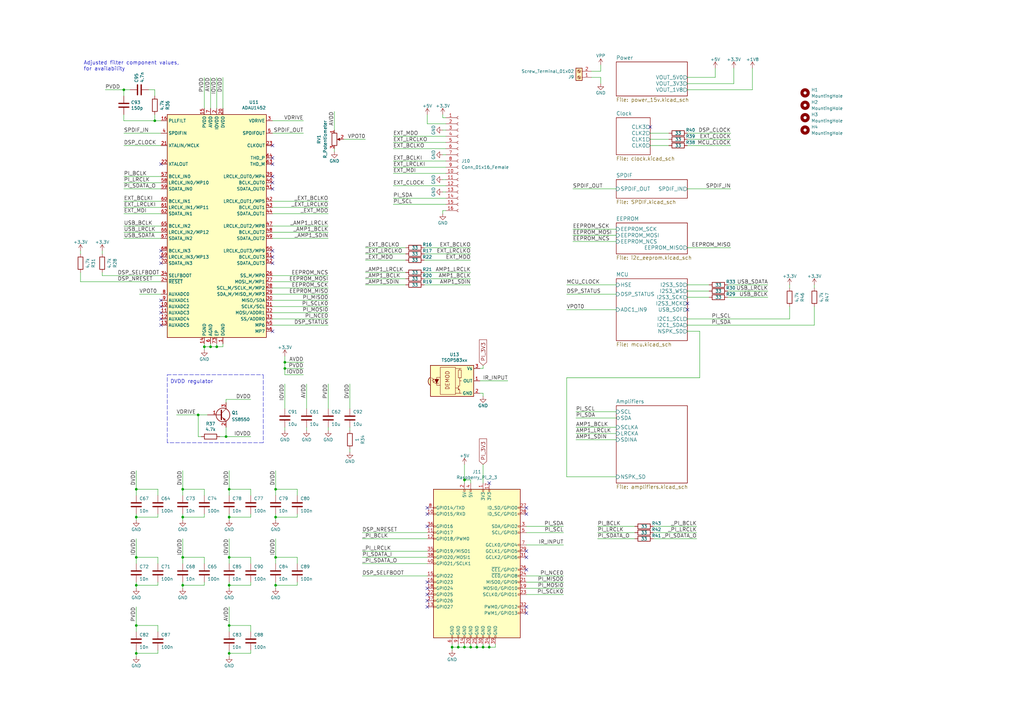
<source format=kicad_sch>
(kicad_sch (version 20211123) (generator eeschema)
  (paper "A3")
  (title_block (title "DSP-AMP") (date "2021-03-31") (rev "V0.1"))
  (lib_symbols
    (symbol "Connector:Conn_01x16_Female" (pin_names (offset 1.016) hide)
      (property "Reference" "J" (at 0 20.32 0))
      (property "Value" "Conn_01x16_Female" (at 0 -22.86 0))
      (symbol "Conn_01x16_Female_1_1"
        (pin passive line (at -5.08 17.78 0) (length 3.81) (name "Pin_1") (number "1"))
        (pin passive line (at -5.08 -5.08 0) (length 3.81) (name "Pin_10") (number "10"))
        (pin passive line (at -5.08 -7.62 0) (length 3.81) (name "Pin_11") (number "11"))
        (pin passive line (at -5.08 -10.16 0) (length 3.81) (name "Pin_12") (number "12"))
        (pin passive line (at -5.08 -12.7 0) (length 3.81) (name "Pin_13") (number "13"))
        (pin passive line (at -5.08 -15.24 0) (length 3.81) (name "Pin_14") (number "14"))
        (pin passive line (at -5.08 -17.78 0) (length 3.81) (name "Pin_15") (number "15"))
        (pin passive line (at -5.08 -20.32 0) (length 3.81) (name "Pin_16") (number "16"))
        (pin passive line (at -5.08 15.24 0) (length 3.81) (name "Pin_2") (number "2"))
        (pin passive line (at -5.08 12.7 0) (length 3.81) (name "Pin_3") (number "3"))
        (pin passive line (at -5.08 10.16 0) (length 3.81) (name "Pin_4") (number "4"))
        (pin passive line (at -5.08 7.62 0) (length 3.81) (name "Pin_5") (number "5"))
        (pin passive line (at -5.08 5.08 0) (length 3.81) (name "Pin_6") (number "6"))
        (pin passive line (at -5.08 2.54 0) (length 3.81) (name "Pin_7") (number "7"))
        (pin passive line (at -5.08 0 0) (length 3.81) (name "Pin_8") (number "8"))
        (pin passive line (at -5.08 -2.54 0) (length 3.81) (name "Pin_9") (number "9"))
      )
    )
    (symbol "Connector:Raspberry_Pi_2_3" (pin_names (offset 1.016))
      (property "Reference" "J" (at -17.78 31.75 0))
      (property "Value" "Raspberry_Pi_2_3" (at 10.16 -31.75 0))
      (symbol "Raspberry_Pi_2_3_1_1"
        (pin power_in line (at 2.54 33.02 270) (length 2.54) (name "3V3") (number "1"))
        (pin bidirectional line (at -20.32 20.32 0) (length 2.54) (name "GPIO15/RXD") (number "10"))
        (pin bidirectional line (at -20.32 12.7 0) (length 2.54) (name "GPIO17") (number "11"))
        (pin bidirectional line (at -20.32 10.16 0) (length 2.54) (name "GPIO18/PWM0") (number "12"))
        (pin bidirectional line (at -20.32 -17.78 0) (length 2.54) (name "GPIO27") (number "13"))
        (pin power_in line (at -5.08 -33.02 90) (length 2.54) (name "GND") (number "14"))
        (pin bidirectional line (at -20.32 -5.08 0) (length 2.54) (name "GPIO22") (number "15"))
        (pin bidirectional line (at -20.32 -7.62 0) (length 2.54) (name "GPIO23") (number "16"))
        (pin power_in line (at 5.08 33.02 270) (length 2.54) (name "3V3") (number "17"))
        (pin bidirectional line (at -20.32 -10.16 0) (length 2.54) (name "GPIO24") (number "18"))
        (pin bidirectional line (at 20.32 -10.16 180) (length 2.54) (name "MOSI0/GPIO10") (number "19"))
        (pin power_in line (at -5.08 33.02 270) (length 2.54) (name "5V") (number "2"))
        (pin power_in line (at -2.54 -33.02 90) (length 2.54) (name "GND") (number "20"))
        (pin bidirectional line (at 20.32 -7.62 180) (length 2.54) (name "MISO0/GPIO9") (number "21"))
        (pin bidirectional line (at -20.32 -12.7 0) (length 2.54) (name "GPIO25") (number "22"))
        (pin bidirectional line (at 20.32 -12.7 180) (length 2.54) (name "SCLK0/GPIO11") (number "23"))
        (pin bidirectional line (at 20.32 -5.08 180) (length 2.54) (name "~{CE0}/GPIO8") (number "24"))
        (pin power_in line (at 0 -33.02 90) (length 2.54) (name "GND") (number "25"))
        (pin bidirectional line (at 20.32 -2.54 180) (length 2.54) (name "~{CE1}/GPIO7") (number "26"))
        (pin bidirectional line (at 20.32 22.86 180) (length 2.54) (name "ID_SD/GPIO0") (number "27"))
        (pin bidirectional line (at 20.32 20.32 180) (length 2.54) (name "ID_SC/GPIO1") (number "28"))
        (pin bidirectional line (at 20.32 5.08 180) (length 2.54) (name "GCLK1/GPIO5") (number "29"))
        (pin bidirectional line (at 20.32 15.24 180) (length 2.54) (name "SDA/GPIO2") (number "3"))
        (pin power_in line (at 2.54 -33.02 90) (length 2.54) (name "GND") (number "30"))
        (pin bidirectional line (at 20.32 2.54 180) (length 2.54) (name "GCLK2/GPIO6") (number "31"))
        (pin bidirectional line (at 20.32 -17.78 180) (length 2.54) (name "PWM0/GPIO12") (number "32"))
        (pin bidirectional line (at 20.32 -20.32 180) (length 2.54) (name "PWM1/GPIO13") (number "33"))
        (pin power_in line (at 5.08 -33.02 90) (length 2.54) (name "GND") (number "34"))
        (pin bidirectional line (at -20.32 5.08 0) (length 2.54) (name "GPIO19/MISO1") (number "35"))
        (pin bidirectional line (at -20.32 15.24 0) (length 2.54) (name "GPIO16") (number "36"))
        (pin bidirectional line (at -20.32 -15.24 0) (length 2.54) (name "GPIO26") (number "37"))
        (pin bidirectional line (at -20.32 2.54 0) (length 2.54) (name "GPIO20/MOSI1") (number "38"))
        (pin power_in line (at 7.62 -33.02 90) (length 2.54) (name "GND") (number "39"))
        (pin power_in line (at -2.54 33.02 270) (length 2.54) (name "5V") (number "4"))
        (pin bidirectional line (at -20.32 0 0) (length 2.54) (name "GPIO21/SCLK1") (number "40"))
        (pin bidirectional line (at 20.32 12.7 180) (length 2.54) (name "SCL/GPIO3") (number "5"))
        (pin power_in line (at -10.16 -33.02 90) (length 2.54) (name "GND") (number "6"))
        (pin bidirectional line (at 20.32 7.62 180) (length 2.54) (name "GCLK0/GPIO4") (number "7"))
        (pin bidirectional line (at -20.32 22.86 0) (length 2.54) (name "GPIO14/TXD") (number "8"))
        (pin power_in line (at -7.62 -33.02 90) (length 2.54) (name "GND") (number "9"))
      )
    )
    (symbol "Connector:Screw_Terminal_01x02" (pin_names (offset 1.016) hide)
      (property "Reference" "J" (at 0 2.54 0))
      (property "Value" "Screw_Terminal_01x02" (at 0 -5.08 0))
      (symbol "Screw_Terminal_01x02_1_1"
        (pin passive line (at -5.08 0 0) (length 3.81) (name "Pin_1") (number "1"))
        (pin passive line (at -5.08 -2.54 0) (length 3.81) (name "Pin_2") (number "2"))
      )
    )
    (symbol "DSP_AnalogDevices:ADAU1452"
      (property "Reference" "U" (at -17.78 46.99 0))
      (property "Value" "ADAU1452" (at 15.24 46.99 0))
      (symbol "ADAU1452_1_1"
        (pin power_in line (at 2.54 -48.26 90) (length 2.54) (name "DGND") (number "1"))
        (pin input line (at -22.86 -33.02 0) (length 2.54) (name "AUXADC2") (number "10"))
        (pin input line (at -22.86 -35.56 0) (length 2.54) (name "AUXADC3") (number "11"))
        (pin input line (at -22.86 -38.1 0) (length 2.54) (name "AUXADC4") (number "12"))
        (pin input line (at -22.86 -40.64 0) (length 2.54) (name "AUXADC5") (number "13"))
        (pin power_in line (at -5.08 -48.26 90) (length 2.54) (name "PGND") (number "14"))
        (pin power_in line (at -5.08 48.26 270) (length 2.54) (name "PVDD") (number "15"))
        (pin passive line (at -22.86 43.18 0) (length 2.54) (name "PLLFILT") (number "16"))
        (pin passive line (at 2.54 -48.26 90) (length 2.54) hide (name "DGND") (number "17"))
        (pin passive line (at 0 48.26 270) (length 2.54) hide (name "IOVDD") (number "18"))
        (pin passive line (at 2.54 -48.26 90) (length 2.54) hide (name "DGND") (number "19"))
        (pin power_in line (at 0 48.26 270) (length 2.54) (name "IOVDD") (number "2"))
        (pin power_in line (at 2.54 48.26 270) (length 2.54) (name "DVDD") (number "20"))
        (pin input line (at -22.86 33.02 0) (length 2.54) (name "XTALIN/MCLK") (number "21"))
        (pin output line (at -22.86 25.4 0) (length 2.54) (name "XTALOUT") (number "22"))
        (pin output line (at 22.86 33.02 180) (length 2.54) (name "CLKOUT") (number "23"))
        (pin input line (at -22.86 -22.86 0) (length 2.54) (name "~{RESET}") (number "24"))
        (pin passive line (at 2.54 -48.26 90) (length 2.54) hide (name "DGND") (number "25"))
        (pin bidirectional line (at 22.86 -20.32 180) (length 2.54) (name "SS_M/MP0") (number "26"))
        (pin bidirectional line (at 22.86 -22.86 180) (length 2.54) (name "MOSI_M/MP1") (number "27"))
        (pin bidirectional line (at 22.86 -25.4 180) (length 2.54) (name "SCL_M/SCLK_M/MP2") (number "28"))
        (pin bidirectional line (at 22.86 -27.94 180) (length 2.54) (name "SDA_M/MISO_M/MP3") (number "29"))
        (pin output line (at 22.86 43.18 180) (length 2.54) (name "VDRIVE") (number "3"))
        (pin bidirectional line (at 22.86 -30.48 180) (length 2.54) (name "MISO/SDA") (number "30"))
        (pin input line (at 22.86 -33.02 180) (length 2.54) (name "SCLK/SCL") (number "31"))
        (pin input line (at 22.86 -35.56 180) (length 2.54) (name "MOSI/ADDR1") (number "32"))
        (pin input line (at 22.86 -38.1 180) (length 2.54) (name "SS/ADDR0") (number "33"))
        (pin input line (at -22.86 -20.32 0) (length 2.54) (name "SELFBOOT") (number "34"))
        (pin passive line (at 2.54 48.26 270) (length 2.54) hide (name "DVDD") (number "35"))
        (pin passive line (at 2.54 -48.26 90) (length 2.54) hide (name "DGND") (number "36"))
        (pin passive line (at 2.54 -48.26 90) (length 2.54) hide (name "DGND") (number "37"))
        (pin passive line (at 0 48.26 270) (length 2.54) hide (name "IOVDD") (number "38"))
        (pin bidirectional line (at 22.86 20.32 180) (length 2.54) (name "LRCLK_OUT0/MP4") (number "39"))
        (pin input line (at -22.86 38.1 0) (length 2.54) (name "SPDIFIN") (number "4"))
        (pin bidirectional line (at 22.86 17.78 180) (length 2.54) (name "BCLK_OUT0") (number "40"))
        (pin output line (at 22.86 15.24 180) (length 2.54) (name "SDATA_OUT0") (number "41"))
        (pin bidirectional line (at 22.86 10.16 180) (length 2.54) (name "LRCLK_OUT1/MP5") (number "42"))
        (pin bidirectional line (at 22.86 7.62 180) (length 2.54) (name "BCLK_OUT1") (number "43"))
        (pin output line (at 22.86 5.08 180) (length 2.54) (name "SDATA_OUT1") (number "44"))
        (pin bidirectional line (at 22.86 -40.64 180) (length 2.54) (name "MP6") (number "45"))
        (pin bidirectional line (at 22.86 -43.18 180) (length 2.54) (name "MP7") (number "46"))
        (pin bidirectional line (at 22.86 0 180) (length 2.54) (name "LRCLK_OUT2/MP8") (number "47"))
        (pin bidirectional line (at 22.86 -2.54 180) (length 2.54) (name "BCLK_OUT2") (number "48"))
        (pin output line (at 22.86 -5.08 180) (length 2.54) (name "SDATA_OUT2") (number "49"))
        (pin output line (at 22.86 38.1 180) (length 2.54) (name "SPDIFOUT") (number "5"))
        (pin bidirectional line (at 22.86 -10.16 180) (length 2.54) (name "LRCLK_OUT3/MP9") (number "50"))
        (pin bidirectional line (at 22.86 -12.7 180) (length 2.54) (name "BCLK_OUT3") (number "51"))
        (pin output line (at 22.86 -15.24 180) (length 2.54) (name "SDATA_OUT3") (number "52"))
        (pin passive line (at 2.54 48.26 270) (length 2.54) hide (name "DVDD") (number "53"))
        (pin passive line (at 2.54 -48.26 90) (length 2.54) hide (name "DGND") (number "54"))
        (pin passive line (at 2.54 -48.26 90) (length 2.54) hide (name "DGND") (number "55"))
        (pin passive line (at 0 48.26 270) (length 2.54) hide (name "IOVDD") (number "56"))
        (pin bidirectional line (at -22.86 20.32 0) (length 2.54) (name "BCLK_IN0") (number "57"))
        (pin bidirectional line (at -22.86 17.78 0) (length 2.54) (name "LRCLK_IN0/MP10") (number "58"))
        (pin input line (at -22.86 15.24 0) (length 2.54) (name "SDATA_IN0") (number "59"))
        (pin power_in line (at -2.54 -48.26 90) (length 2.54) (name "AGND") (number "6"))
        (pin bidirectional line (at -22.86 10.16 0) (length 2.54) (name "BCLK_IN1") (number "60"))
        (pin bidirectional line (at -22.86 7.62 0) (length 2.54) (name "LRCLK_IN1/MP11") (number "61"))
        (pin input line (at -22.86 5.08 0) (length 2.54) (name "SDATA_IN1") (number "62"))
        (pin passive line (at 22.86 25.4 180) (length 2.54) (name "THD_M") (number "63"))
        (pin passive line (at 22.86 27.94 180) (length 2.54) (name "THD_P") (number "64"))
        (pin bidirectional line (at -22.86 0 0) (length 2.54) (name "BCLK_IN2") (number "65"))
        (pin bidirectional line (at -22.86 -2.54 0) (length 2.54) (name "LRCLK_IN2/MP12") (number "66"))
        (pin input line (at -22.86 -5.08 0) (length 2.54) (name "SDATA_IN2") (number "67"))
        (pin bidirectional line (at -22.86 -10.16 0) (length 2.54) (name "BCLK_IN3") (number "68"))
        (pin bidirectional line (at -22.86 -12.7 0) (length 2.54) (name "LRCLK_IN3/MP13") (number "69"))
        (pin power_in line (at -2.54 48.26 270) (length 2.54) (name "AVDD") (number "7"))
        (pin input line (at -22.86 -15.24 0) (length 2.54) (name "SDATA_IN3") (number "70"))
        (pin passive line (at 2.54 48.26 270) (length 2.54) hide (name "DVDD") (number "71"))
        (pin passive line (at 2.54 -48.26 90) (length 2.54) hide (name "DGND") (number "72"))
        (pin power_in line (at 0 -48.26 90) (length 2.54) (name "EP") (number "73"))
        (pin input line (at -22.86 -27.94 0) (length 2.54) (name "AUXADC0") (number "8"))
        (pin input line (at -22.86 -30.48 0) (length 2.54) (name "AUXADC1") (number "9"))
      )
    )
    (symbol "Device:C" (pin_numbers hide) (pin_names (offset 0.254))
      (property "Reference" "C" (at 0.635 2.54 0))
      (property "Value" "C" (at 0.635 -2.54 0))
      (symbol "C_1_1"
        (pin passive line (at 0 3.81 270) (length 2.794) (name "~") (number "1"))
        (pin passive line (at 0 -3.81 90) (length 2.794) (name "~") (number "2"))
      )
    )
    (symbol "Device:Q_PNP_BEC" (pin_names (offset 0) hide)
      (property "Reference" "Q" (at 5.08 1.27 0))
      (property "Value" "Q_PNP_BEC" (at 5.08 -1.27 0))
      (symbol "Q_PNP_BEC_1_1"
        (pin input line (at -5.08 0 0) (length 5.715) (name "B") (number "1"))
        (pin passive line (at 2.54 -5.08 90) (length 2.54) (name "E") (number "2"))
        (pin passive line (at 2.54 5.08 270) (length 2.54) (name "C") (number "3"))
      )
    )
    (symbol "Device:R" (pin_numbers hide) (pin_names (offset 0))
      (property "Reference" "R" (at 2.032 0 90))
      (property "Value" "R" (at 0 0 90))
      (symbol "R_1_1"
        (pin passive line (at 0 3.81 270) (length 1.27) (name "~") (number "1"))
        (pin passive line (at 0 -3.81 90) (length 1.27) (name "~") (number "2"))
      )
    )
    (symbol "Device:R_Potentiometer" (pin_names (offset 1.016) hide)
      (property "Reference" "RV" (at -4.445 0 90))
      (property "Value" "R_Potentiometer" (at -2.54 0 90))
      (symbol "R_Potentiometer_1_1"
        (pin passive line (at 0 3.81 270) (length 1.27) (name "1") (number "1"))
        (pin passive line (at 3.81 0 180) (length 1.27) (name "2") (number "2"))
        (pin passive line (at 0 -3.81 90) (length 1.27) (name "3") (number "3"))
      )
    )
    (symbol "Interface_Optical:TSOP583xx"
      (property "Reference" "U" (at -10.16 7.62 0))
      (property "Value" "TSOP583xx" (at -10.16 -7.62 0))
      (symbol "TSOP583xx_0_0"
        (text "DEMOD" (at -3.175 0.254 900) (effects (font (size 1.524 1.524))))
      )
      (symbol "TSOP583xx_1_1"
        (pin output line (at 10.16 0 180) (length 2.54) (name "OUT") (number "1"))
        (pin power_in line (at 10.16 -5.08 180) (length 2.54) (name "GND") (number "2"))
        (pin power_in line (at 10.16 5.08 180) (length 2.54) (name "Vs") (number "3"))
      )
    )
    (symbol "Mechanical:MountingHole" (pin_names (offset 1.016))
      (property "Reference" "H" (at 0 5.08 0))
      (property "Value" "MountingHole" (at 0 3.175 0))
    )
    (symbol "power:+1V8" (power) (pin_names (offset 0))
      (property "Value" "+1V8" (at 0 3.556 0))
      (symbol "+1V8_1_1"
        (pin power_in line (at 0 0 90) (length 0) hide (name "+1V8") (number "1"))
      )
    )
    (symbol "power:+3.3V" (power) (pin_names (offset 0))
      (property "Value" "+3.3V" (at 0 3.556 0))
      (symbol "+3.3V_1_1"
        (pin power_in line (at 0 0 90) (length 0) hide (name "+3.3V") (number "1"))
      )
    )
    (symbol "power:+5V" (power) (pin_names (offset 0))
      (property "Value" "+5V" (at 0 3.556 0))
      (symbol "+5V_1_1"
        (pin power_in line (at 0 0 90) (length 0) hide (name "+5V") (number "1"))
      )
    )
    (symbol "power:GND" (power) (pin_names (offset 0))
      (property "Value" "GND" (at 0 -3.81 0))
      (symbol "GND_1_1"
        (pin power_in line (at 0 0 270) (length 0) hide (name "GND") (number "1"))
      )
    )
    (symbol "power:VPP" (power) (pin_names (offset 0))
      (property "Value" "VPP" (at 0 3.81 0))
      (symbol "VPP_1_1"
        (pin power_in line (at 0 0 90) (length 0) hide (name "VPP") (number "1"))
      )
    )
  )
  (junction (at 195.58 265.43))
  (junction (at 190.5 196.85))
  (junction (at 187.96 265.43))
  (junction (at 88.9 142.24))
  (junction (at 55.88 267.97))
  (junction (at 93.98 240.03))
  (junction (at 74.93 240.03))
  (junction (at 93.98 212.09))
  (junction (at 93.98 256.54))
  (junction (at 74.93 228.6))
  (junction (at 93.98 200.66))
  (junction (at 55.88 256.54))
  (junction (at 93.98 267.97))
  (junction (at 83.82 142.24))
  (junction (at 55.88 200.66))
  (junction (at 116.84 151.13))
  (junction (at 185.42 265.43))
  (junction (at 113.03 200.66))
  (junction (at 113.03 228.6))
  (junction (at 63.5 49.53))
  (junction (at 55.88 240.03))
  (junction (at 74.93 212.09))
  (junction (at 81.28 170.18))
  (junction (at 55.88 212.09))
  (junction (at 116.84 148.59))
  (junction (at 86.36 142.24))
  (junction (at 113.03 212.09))
  (junction (at 193.04 265.43))
  (junction (at 50.8 36.83))
  (junction (at 55.88 228.6))
  (junction (at 198.12 265.43))
  (junction (at 92.71 179.07))
  (junction (at 93.98 228.6))
  (junction (at 74.93 200.66))
  (junction (at 190.5 265.43))
  (junction (at 200.66 265.43))
  (junction (at 113.03 240.03))
  (no_connect (at 175.26 243.84))
  (no_connect (at 175.26 238.76))
  (no_connect (at 215.9 228.6))
  (no_connect (at 111.76 72.39))
  (no_connect (at 215.9 210.82))
  (no_connect (at 215.9 248.92))
  (no_connect (at 66.04 107.95))
  (no_connect (at 281.94 124.46))
  (no_connect (at 111.76 64.77))
  (no_connect (at 66.04 133.35))
  (no_connect (at 66.04 102.87))
  (no_connect (at 66.04 130.81))
  (no_connect (at 111.76 67.31))
  (no_connect (at 111.76 74.93))
  (no_connect (at 215.9 208.28))
  (no_connect (at 200.66 198.12))
  (no_connect (at 66.04 123.19))
  (no_connect (at 111.76 105.41))
  (no_connect (at 266.7 52.07))
  (no_connect (at 175.26 248.92))
  (no_connect (at 215.9 233.68))
  (no_connect (at 175.26 241.3))
  (no_connect (at 111.76 102.87))
  (no_connect (at 175.26 208.28))
  (no_connect (at 281.94 127))
  (no_connect (at 111.76 77.47))
  (no_connect (at 66.04 125.73))
  (no_connect (at 215.9 226.06))
  (no_connect (at 66.04 67.31))
  (no_connect (at 111.76 107.95))
  (no_connect (at 215.9 251.46))
  (no_connect (at 111.76 59.69))
  (no_connect (at 111.76 135.89))
  (no_connect (at 175.26 210.82))
  (no_connect (at 175.26 246.38))
  (no_connect (at 175.26 215.9))
  (no_connect (at 66.04 128.27))
  (no_connect (at 66.04 105.41))
  (wire (pts (xy 113.03 210.82) (xy 113.03 212.09)))
  (wire (pts (xy 148.59 220.98) (xy 175.26 220.98)))
  (wire (pts (xy 64.77 212.09) (xy 64.77 210.82)))
  (wire (pts (xy 111.76 82.55) (xy 134.62 82.55)))
  (wire (pts (xy 74.93 212.09) (xy 83.82 212.09)))
  (wire (pts (xy 55.88 220.98) (xy 55.88 228.6)))
  (wire (pts (xy 236.22 180.34) (xy 252.73 180.34)))
  (wire (pts (xy 93.98 267.97) (xy 93.98 269.24)))
  (wire (pts (xy 281.94 116.84) (xy 290.83 116.84)))
  (wire (pts (xy 111.76 130.81) (xy 134.62 130.81)))
  (wire (pts (xy 81.28 170.18) (xy 81.28 179.07)))
  (wire (pts (xy 281.94 121.92) (xy 290.83 121.92)))
  (wire (pts (xy 116.84 153.67) (xy 124.46 153.67)))
  (wire (pts (xy 74.93 193.04) (xy 74.93 200.66)))
  (wire (pts (xy 50.8 77.47) (xy 66.04 77.47)))
  (wire (pts (xy 92.71 179.07) (xy 90.17 179.07)))
  (wire (pts (xy 85.09 170.18) (xy 81.28 170.18)))
  (wire (pts (xy 55.88 267.97) (xy 55.88 269.24)))
  (wire (pts (xy 43.18 36.83) (xy 50.8 36.83)))
  (wire (pts (xy 293.37 27.94) (xy 293.37 31.75)))
  (wire (pts (xy 93.98 228.6) (xy 102.87 228.6)))
  (wire (pts (xy 111.76 118.11) (xy 134.62 118.11)))
  (wire (pts (xy 215.9 215.9) (xy 231.14 215.9)))
  (wire (pts (xy 33.02 115.57) (xy 66.04 115.57)))
  (wire (pts (xy 111.76 123.19) (xy 134.62 123.19)))
  (wire (pts (xy 64.77 240.03) (xy 64.77 238.76)))
  (wire (pts (xy 181.61 63.5) (xy 182.88 63.5)))
  (wire (pts (xy 55.88 267.97) (xy 64.77 267.97)))
  (wire (pts (xy 66.04 49.53) (xy 63.5 49.53)))
  (wire (pts (xy 93.98 203.2) (xy 93.98 200.66)))
  (wire (pts (xy 74.93 200.66) (xy 83.82 200.66)))
  (wire (pts (xy 74.93 240.03) (xy 83.82 240.03)))
  (wire (pts (xy 299.72 101.6) (xy 281.94 101.6)))
  (wire (pts (xy 267.97 218.44) (xy 285.75 218.44)))
  (wire (pts (xy 148.59 231.14) (xy 175.26 231.14)))
  (wire (pts (xy 83.82 212.09) (xy 83.82 210.82)))
  (wire (pts (xy 111.76 97.79) (xy 134.62 97.79)))
  (wire (pts (xy 334.01 133.35) (xy 334.01 125.73)))
  (wire (pts (xy 252.73 93.98) (xy 234.95 93.98)))
  (wire (pts (xy 267.97 220.98) (xy 285.75 220.98)))
  (wire (pts (xy 148.59 218.44) (xy 175.26 218.44)))
  (wire (pts (xy 245.11 218.44) (xy 260.35 218.44)))
  (wire (pts (xy 113.03 238.76) (xy 113.03 240.03)))
  (wire (pts (xy 113.03 220.98) (xy 113.03 228.6)))
  (wire (pts (xy 64.77 200.66) (xy 64.77 203.2)))
  (wire (pts (xy 74.93 210.82) (xy 74.93 212.09)))
  (wire (pts (xy 93.98 238.76) (xy 93.98 240.03)))
  (wire (pts (xy 113.03 228.6) (xy 121.92 228.6)))
  (wire (pts (xy 245.11 215.9) (xy 260.35 215.9)))
  (wire (pts (xy 55.88 212.09) (xy 64.77 212.09)))
  (wire (pts (xy 267.97 215.9) (xy 285.75 215.9)))
  (wire (pts (xy 232.41 116.84) (xy 252.73 116.84)))
  (wire (pts (xy 91.44 142.24) (xy 91.44 140.97)))
  (wire (pts (xy 113.03 212.09) (xy 113.03 213.36)))
  (wire (pts (xy 308.61 36.83) (xy 308.61 27.94)))
  (wire (pts (xy 102.87 212.09) (xy 102.87 210.82)))
  (wire (pts (xy 74.93 228.6) (xy 83.82 228.6)))
  (wire (pts (xy 113.03 240.03) (xy 121.92 240.03)))
  (wire (pts (xy 50.8 82.55) (xy 66.04 82.55)))
  (wire (pts (xy 92.71 175.26) (xy 92.71 179.07)))
  (wire (pts (xy 149.86 114.3) (xy 166.37 114.3)))
  (wire (pts (xy 161.29 71.12) (xy 182.88 71.12)))
  (wire (pts (xy 60.96 36.83) (xy 63.5 36.83)))
  (wire (pts (xy 81.28 179.07) (xy 82.55 179.07)))
  (wire (pts (xy 111.76 85.09) (xy 134.62 85.09)))
  (wire (pts (xy 66.04 95.25) (xy 50.8 95.25)))
  (wire (pts (xy 102.87 240.03) (xy 102.87 238.76)))
  (wire (pts (xy 173.99 101.6) (xy 193.04 101.6)))
  (wire (pts (xy 111.76 115.57) (xy 134.62 115.57)))
  (wire (pts (xy 195.58 265.43) (xy 195.58 264.16)))
  (wire (pts (xy 125.73 175.26) (xy 125.73 176.53)))
  (wire (pts (xy 181.61 53.34) (xy 182.88 53.34)))
  (wire (pts (xy 198.12 161.29) (xy 198.12 162.56)))
  (wire (pts (xy 140.97 57.15) (xy 149.86 57.15)))
  (wire (pts (xy 181.61 48.26) (xy 181.61 46.99)))
  (wire (pts (xy 74.93 203.2) (xy 74.93 200.66)))
  (wire (pts (xy 134.62 176.53) (xy 134.62 175.26)))
  (wire (pts (xy 93.98 240.03) (xy 93.98 241.3)))
  (wire (pts (xy 236.22 175.26) (xy 252.73 175.26)))
  (wire (pts (xy 50.8 92.71) (xy 66.04 92.71)))
  (wire (pts (xy 50.8 54.61) (xy 66.04 54.61)))
  (wire (pts (xy 113.03 231.14) (xy 113.03 228.6)))
  (wire (pts (xy 215.9 218.44) (xy 231.14 218.44)))
  (wire (pts (xy 334.01 116.84) (xy 334.01 118.11)))
  (wire (pts (xy 72.39 170.18) (xy 81.28 170.18)))
  (wire (pts (xy 116.84 151.13) (xy 116.84 153.67)))
  (wire (pts (xy 111.76 113.03) (xy 134.62 113.03)))
  (wire (pts (xy 198.12 190.5) (xy 198.12 198.12)))
  (wire (pts (xy 55.88 193.04) (xy 55.88 200.66)))
  (wire (pts (xy 124.46 49.53) (xy 111.76 49.53)))
  (wire (pts (xy 41.91 102.87) (xy 41.91 104.14)))
  (wire (pts (xy 298.45 119.38) (xy 314.96 119.38)))
  (wire (pts (xy 173.99 104.14) (xy 193.04 104.14)))
  (wire (pts (xy 181.61 78.74) (xy 182.88 78.74)))
  (wire (pts (xy 124.46 54.61) (xy 111.76 54.61)))
  (wire (pts (xy 149.86 101.6) (xy 166.37 101.6)))
  (wire (pts (xy 231.14 243.84) (xy 215.9 243.84)))
  (wire (pts (xy 299.72 77.47) (xy 281.94 77.47)))
  (wire (pts (xy 231.14 236.22) (xy 215.9 236.22)))
  (wire (pts (xy 33.02 102.87) (xy 33.02 104.14)))
  (wire (pts (xy 113.03 200.66) (xy 121.92 200.66)))
  (wire (pts (xy 231.14 238.76) (xy 215.9 238.76)))
  (wire (pts (xy 86.36 142.24) (xy 88.9 142.24)))
  (wire (pts (xy 148.59 228.6) (xy 175.26 228.6)))
  (wire (pts (xy 55.88 259.08) (xy 55.88 256.54)))
  (wire (pts (xy 121.92 240.03) (xy 121.92 238.76)))
  (wire (pts (xy 55.88 238.76) (xy 55.88 240.03)))
  (wire (pts (xy 182.88 50.8) (xy 175.26 50.8)))
  (wire (pts (xy 137.16 45.72) (xy 137.16 53.34)))
  (wire (pts (xy 116.84 146.05) (xy 116.84 148.59)))
  (wire (pts (xy 55.88 212.09) (xy 55.88 213.36)))
  (wire (pts (xy 200.66 265.43) (xy 200.66 264.16)))
  (wire (pts (xy 149.86 116.84) (xy 166.37 116.84)))
  (wire (pts (xy 161.29 81.28) (xy 182.88 81.28)))
  (wire (pts (xy 281.94 130.81) (xy 323.85 130.81)))
  (wire (pts (xy 93.98 210.82) (xy 93.98 212.09)))
  (wire (pts (xy 125.73 167.64) (xy 125.73 157.48)))
  (wire (pts (xy 137.16 60.96) (xy 137.16 62.23)))
  (wire (pts (xy 281.94 119.38) (xy 290.83 119.38)))
  (wire (pts (xy 242.57 29.21) (xy 246.38 29.21)))
  (wire (pts (xy 281.94 31.75) (xy 293.37 31.75)))
  (wire (pts (xy 173.99 106.68) (xy 193.04 106.68)))
  (wire (pts (xy 83.82 228.6) (xy 83.82 231.14)))
  (wire (pts (xy 173.99 116.84) (xy 193.04 116.84)))
  (wire (pts (xy 113.03 203.2) (xy 113.03 200.66)))
  (wire (pts (xy 185.42 265.43) (xy 185.42 266.7)))
  (wire (pts (xy 83.82 240.03) (xy 83.82 238.76)))
  (wire (pts (xy 287.02 135.89) (xy 287.02 154.94)))
  (wire (pts (xy 281.94 34.29) (xy 300.99 34.29)))
  (wire (pts (xy 55.88 266.7) (xy 55.88 267.97)))
  (wire (pts (xy 161.29 60.96) (xy 182.88 60.96)))
  (wire (pts (xy 93.98 231.14) (xy 93.98 228.6)))
  (wire (pts (xy 93.98 220.98) (xy 93.98 228.6)))
  (wire (pts (xy 55.88 231.14) (xy 55.88 228.6)))
  (wire (pts (xy 281.94 54.61) (xy 299.72 54.61)))
  (wire (pts (xy 148.59 236.22) (xy 175.26 236.22)))
  (wire (pts (xy 198.12 265.43) (xy 200.66 265.43)))
  (wire (pts (xy 50.8 59.69) (xy 66.04 59.69)))
  (wire (pts (xy 246.38 26.67) (xy 246.38 29.21)))
  (wire (pts (xy 190.5 196.85) (xy 190.5 198.12)))
  (wire (pts (xy 234.95 99.06) (xy 252.73 99.06)))
  (wire (pts (xy 113.03 212.09) (xy 121.92 212.09)))
  (wire (pts (xy 185.42 265.43) (xy 187.96 265.43)))
  (wire (pts (xy 236.22 168.91) (xy 252.73 168.91)))
  (wire (pts (xy 55.88 203.2) (xy 55.88 200.66)))
  (wire (pts (xy 173.99 111.76) (xy 193.04 111.76)))
  (wire (pts (xy 266.7 54.61) (xy 274.32 54.61)))
  (wire (pts (xy 193.04 265.43) (xy 193.04 264.16)))
  (wire (pts (xy 111.76 125.73) (xy 134.62 125.73)))
  (wire (pts (xy 111.76 133.35) (xy 134.62 133.35)))
  (wire (pts (xy 281.94 59.69) (xy 299.72 59.69)))
  (wire (pts (xy 195.58 265.43) (xy 198.12 265.43)))
  (wire (pts (xy 55.88 248.92) (xy 55.88 256.54)))
  (wire (pts (xy 298.45 116.84) (xy 314.96 116.84)))
  (wire (pts (xy 182.88 48.26) (xy 181.61 48.26)))
  (wire (pts (xy 83.82 140.97) (xy 83.82 142.24)))
  (wire (pts (xy 190.5 190.5) (xy 190.5 196.85)))
  (wire (pts (xy 193.04 198.12) (xy 193.04 196.85)))
  (wire (pts (xy 234.95 96.52) (xy 252.73 96.52)))
  (wire (pts (xy 208.28 156.21) (xy 196.85 156.21)))
  (wire (pts (xy 50.8 36.83) (xy 50.8 39.37)))
  (wire (pts (xy 193.04 196.85) (xy 190.5 196.85)))
  (wire (pts (xy 175.26 50.8) (xy 175.26 46.99)))
  (wire (pts (xy 41.91 113.03) (xy 66.04 113.03)))
  (wire (pts (xy 113.03 240.03) (xy 113.03 241.3)))
  (wire (pts (xy 91.44 31.75) (xy 91.44 44.45)))
  (wire (pts (xy 55.88 256.54) (xy 64.77 256.54)))
  (wire (pts (xy 300.99 27.94) (xy 300.99 34.29)))
  (wire (pts (xy 181.61 86.36) (xy 182.88 86.36)))
  (wire (pts (xy 298.45 121.92) (xy 314.96 121.92)))
  (wire (pts (xy 124.46 148.59) (xy 116.84 148.59)))
  (wire (pts (xy 121.92 200.66) (xy 121.92 203.2)))
  (wire (pts (xy 86.36 31.75) (xy 86.36 44.45)))
  (wire (pts (xy 121.92 228.6) (xy 121.92 231.14)))
  (wire (pts (xy 83.82 142.24) (xy 86.36 142.24)))
  (wire (pts (xy 198.12 151.13) (xy 196.85 151.13)))
  (wire (pts (xy 274.32 59.69) (xy 266.7 59.69)))
  (wire (pts (xy 57.15 120.65) (xy 66.04 120.65)))
  (wire (pts (xy 281.94 133.35) (xy 334.01 133.35)))
  (wire (pts (xy 116.84 175.26) (xy 116.84 176.53)))
  (wire (pts (xy 66.04 74.93) (xy 50.8 74.93)))
  (wire (pts (xy 196.85 161.29) (xy 198.12 161.29)))
  (wire (pts (xy 111.76 92.71) (xy 134.62 92.71)))
  (polyline (pts (xy 68.58 181.61) (xy 68.58 153.67)))
  (wire (pts (xy 234.95 77.47) (xy 252.73 77.47)))
  (wire (pts (xy 187.96 265.43) (xy 190.5 265.43)))
  (wire (pts (xy 102.87 256.54) (xy 102.87 259.08)))
  (wire (pts (xy 281.94 135.89) (xy 287.02 135.89)))
  (wire (pts (xy 111.76 87.63) (xy 134.62 87.63)))
  (wire (pts (xy 198.12 265.43) (xy 198.12 264.16)))
  (wire (pts (xy 33.02 115.57) (xy 33.02 111.76)))
  (wire (pts (xy 74.93 212.09) (xy 74.93 213.36)))
  (wire (pts (xy 50.8 97.79) (xy 66.04 97.79)))
  (wire (pts (xy 161.29 55.88) (xy 182.88 55.88)))
  (wire (pts (xy 149.86 106.68) (xy 166.37 106.68)))
  (wire (pts (xy 148.59 226.06) (xy 175.26 226.06)))
  (wire (pts (xy 83.82 31.75) (xy 83.82 44.45)))
  (wire (pts (xy 231.14 223.52) (xy 215.9 223.52)))
  (wire (pts (xy 232.41 195.58) (xy 252.73 195.58)))
  (wire (pts (xy 102.87 267.97) (xy 102.87 266.7)))
  (wire (pts (xy 92.71 179.07) (xy 102.87 179.07)))
  (wire (pts (xy 198.12 149.86) (xy 198.12 151.13)))
  (wire (pts (xy 181.61 73.66) (xy 182.88 73.66)))
  (wire (pts (xy 55.88 240.03) (xy 64.77 240.03)))
  (wire (pts (xy 161.29 83.82) (xy 182.88 83.82)))
  (wire (pts (xy 93.98 212.09) (xy 102.87 212.09)))
  (wire (pts (xy 149.86 104.14) (xy 166.37 104.14)))
  (polyline (pts (xy 68.58 153.67) (xy 107.95 153.67)))
  (wire (pts (xy 83.82 142.24) (xy 83.82 143.51)))
  (wire (pts (xy 116.84 148.59) (xy 116.84 151.13)))
  (wire (pts (xy 232.41 154.94) (xy 232.41 195.58)))
  (wire (pts (xy 161.29 66.04) (xy 182.88 66.04)))
  (wire (pts (xy 102.87 200.66) (xy 102.87 203.2)))
  (wire (pts (xy 111.76 128.27) (xy 134.62 128.27)))
  (polyline (pts (xy 107.95 153.67) (xy 107.95 181.61)))
  (wire (pts (xy 74.93 220.98) (xy 74.93 228.6)))
  (wire (pts (xy 203.2 265.43) (xy 203.2 264.16)))
  (wire (pts (xy 53.34 36.83) (xy 50.8 36.83)))
  (wire (pts (xy 55.88 200.66) (xy 64.77 200.66)))
  (wire (pts (xy 93.98 259.08) (xy 93.98 256.54)))
  (wire (pts (xy 74.93 238.76) (xy 74.93 240.03)))
  (wire (pts (xy 93.98 256.54) (xy 102.87 256.54)))
  (wire (pts (xy 93.98 200.66) (xy 102.87 200.66)))
  (wire (pts (xy 323.85 130.81) (xy 323.85 125.73)))
  (wire (pts (xy 111.76 95.25) (xy 134.62 95.25)))
  (wire (pts (xy 143.51 157.48) (xy 143.51 167.64)))
  (wire (pts (xy 281.94 36.83) (xy 308.61 36.83)))
  (wire (pts (xy 55.88 228.6) (xy 64.77 228.6)))
  (wire (pts (xy 83.82 200.66) (xy 83.82 203.2)))
  (wire (pts (xy 64.77 228.6) (xy 64.77 231.14)))
  (wire (pts (xy 74.93 231.14) (xy 74.93 228.6)))
  (wire (pts (xy 181.61 86.36) (xy 181.61 87.63)))
  (wire (pts (xy 200.66 265.43) (xy 203.2 265.43)))
  (wire (pts (xy 185.42 264.16) (xy 185.42 265.43)))
  (wire (pts (xy 102.87 228.6) (xy 102.87 231.14)))
  (wire (pts (xy 121.92 212.09) (xy 121.92 210.82)))
  (wire (pts (xy 116.84 167.64) (xy 116.84 157.48)))
  (wire (pts (xy 236.22 177.8) (xy 252.73 177.8)))
  (wire (pts (xy 266.7 57.15) (xy 274.32 57.15)))
  (wire (pts (xy 287.02 154.94) (xy 232.41 154.94)))
  (wire (pts (xy 236.22 171.45) (xy 252.73 171.45)))
  (wire (pts (xy 88.9 142.24) (xy 91.44 142.24)))
  (wire (pts (xy 143.51 184.15) (xy 143.51 185.42)))
  (wire (pts (xy 55.88 240.03) (xy 55.88 241.3)))
  (wire (pts (xy 86.36 142.24) (xy 86.36 140.97)))
  (wire (pts (xy 281.94 57.15) (xy 299.72 57.15)))
  (wire (pts (xy 66.04 85.09) (xy 50.8 85.09)))
  (wire (pts (xy 143.51 175.26) (xy 143.51 176.53)))
  (wire (pts (xy 93.98 267.97) (xy 102.87 267.97)))
  (wire (pts (xy 232.41 127) (xy 252.73 127)))
  (wire (pts (xy 50.8 72.39) (xy 66.04 72.39)))
  (wire (pts (xy 55.88 210.82) (xy 55.88 212.09)))
  (wire (pts (xy 88.9 142.24) (xy 88.9 140.97)))
  (polyline (pts (xy 107.95 181.61) (xy 68.58 181.61)))
  (wire (pts (xy 93.98 266.7) (xy 93.98 267.97)))
  (wire (pts (xy 134.62 167.64) (xy 134.62 157.48)))
  (wire (pts (xy 93.98 248.92) (xy 93.98 256.54)))
  (wire (pts (xy 173.99 114.3) (xy 193.04 114.3)))
  (wire (pts (xy 245.11 220.98) (xy 260.35 220.98)))
  (wire (pts (xy 161.29 68.58) (xy 182.88 68.58)))
  (wire (pts (xy 113.03 193.04) (xy 113.03 200.66)))
  (wire (pts (xy 190.5 265.43) (xy 190.5 264.16)))
  (wire (pts (xy 63.5 36.83) (xy 63.5 39.37)))
  (wire (pts (xy 161.29 76.2) (xy 182.88 76.2)))
  (wire (pts (xy 323.85 116.84) (xy 323.85 118.11)))
  (wire (pts (xy 92.71 165.1) (xy 92.71 163.83)))
  (wire (pts (xy 64.77 256.54) (xy 64.77 259.08)))
  (wire (pts (xy 92.71 163.83) (xy 102.87 163.83)))
  (wire (pts (xy 193.04 265.43) (xy 195.58 265.43)))
  (wire (pts (xy 93.98 212.09) (xy 93.98 213.36)))
  (wire (pts (xy 66.04 87.63) (xy 50.8 87.63)))
  (wire (pts (xy 50.8 46.99) (xy 50.8 49.53)))
  (wire (pts (xy 149.86 111.76) (xy 166.37 111.76)))
  (wire (pts (xy 93.98 240.03) (xy 102.87 240.03)))
  (wire (pts (xy 242.57 31.75) (xy 246.38 31.75)))
  (wire (pts (xy 74.93 240.03) (xy 74.93 241.3)))
  (wire (pts (xy 88.9 31.75) (xy 88.9 44.45)))
  (wire (pts (xy 190.5 265.43) (xy 193.04 265.43)))
  (wire (pts (xy 64.77 267.97) (xy 64.77 266.7)))
  (wire (pts (xy 111.76 120.65) (xy 134.62 120.65)))
  (wire (pts (xy 187.96 265.43) (xy 187.96 264.16)))
  (wire (pts (xy 215.9 241.3) (xy 231.14 241.3)))
  (wire (pts (xy 93.98 193.04) (xy 93.98 200.66)))
  (wire (pts (xy 161.29 58.42) (xy 182.88 58.42)))
  (wire (pts (xy 41.91 113.03) (xy 41.91 111.76)))
  (wire (pts (xy 246.38 34.29) (xy 246.38 31.75)))
  (wire (pts (xy 63.5 49.53) (xy 63.5 46.99)))
  (wire (pts (xy 50.8 49.53) (xy 63.5 49.53)))
  (wire (pts (xy 124.46 151.13) (xy 116.84 151.13)))
  (wire (pts (xy 232.41 120.65) (xy 252.73 120.65)))
  (text "Adjusted filter component values,\nfor availability" (at 34.29 29.21 0) (effects (font (size 1.524 1.524)) (justify left bottom)))
  (text "DVDD regulator" (at 69.85 157.48 0) (effects (font (size 1.524 1.524)) (justify left bottom)))
  (label "USB_LRCLK" (at 314.96 119.38 180) (effects (font (size 1.524 1.524))))
  (label "EXT_LRCLKO" (at 193.04 104.14 180) (effects (font (size 1.524 1.524))))
  (label "DVDD" (at 143.51 157.48 270) (effects (font (size 1.524 1.524))))
  (label "EXT_LRCLKO" (at 161.29 58.42 0) (effects (font (size 1.524 1.524))))
  (label "PVDD" (at 124.46 151.13 180) (effects (font (size 1.524 1.524))))
  (label "EEPROM_MISO" (at 299.72 101.6 180) (effects (font (size 1.524 1.524))))
  (label "PI_MISO0" (at 231.14 238.76 180) (effects (font (size 1.524 1.524))))
  (label "PI_NCE0" (at 231.14 236.22 180) (effects (font (size 1.524 1.524))))
  (label "_PI_LRCLK" (at 285.75 218.44 180) (effects (font (size 1.524 1.524))))
  (label "DVDD" (at 102.87 163.83 180) (effects (font (size 1.524 1.524))))
  (label "PI_SDATA_O" (at 50.8 77.47 0) (effects (font (size 1.524 1.524))))
  (label "USB_BCLK" (at 50.8 92.71 0) (effects (font (size 1.524 1.524))))
  (label "VDRIVE" (at 72.39 170.18 0) (effects (font (size 1.524 1.524))))
  (label "PI_MOSI0" (at 134.62 128.27 180) (effects (font (size 1.524 1.524))))
  (label "DSP_CLOCK" (at 50.8 59.69 0) (effects (font (size 1.524 1.524))))
  (label "MCU_CLOCK" (at 299.72 59.69 180) (effects (font (size 1.524 1.524))))
  (label "SPDIF_IN" (at 50.8 54.61 0) (effects (font (size 1.524 1.524))))
  (label "PI_SCLK0" (at 134.62 125.73 180) (effects (font (size 1.524 1.524))))
  (label "PVDD" (at 55.88 248.92 270) (effects (font (size 1.524 1.524))))
  (label "AMP1_SDIN" (at 193.04 116.84 180) (effects (font (size 1.524 1.524))))
  (label "DSP_NRESET" (at 148.59 218.44 0) (effects (font (size 1.524 1.524))))
  (label "VPOT0" (at 57.15 120.65 0) (effects (font (size 1.524 1.524))))
  (label "PVDD" (at 43.18 36.83 0) (effects (font (size 1.524 1.524))))
  (label "IR_INPUT" (at 231.14 223.52 180) (effects (font (size 1.524 1.524))))
  (label "IOVDD" (at 113.03 220.98 270) (effects (font (size 1.524 1.524))))
  (label "AMP1_LRCLK" (at 236.22 177.8 0) (effects (font (size 1.524 1.524))))
  (label "IOVDD" (at 116.84 157.48 270) (effects (font (size 1.524 1.524))))
  (label "PI_SCL" (at 299.72 130.81 180) (effects (font (size 1.524 1.524))))
  (label "MCU_CLOCK" (at 232.41 116.84 0) (effects (font (size 1.524 1.524))))
  (label "SPDIF_OUT" (at 234.95 77.47 0) (effects (font (size 1.524 1.524))))
  (label "_PI_BCLK" (at 148.59 220.98 0) (effects (font (size 1.524 1.524))))
  (label "_AMP1_SDIN" (at 149.86 116.84 0) (effects (font (size 1.524 1.524))))
  (label "SPDIF_OUT" (at 124.46 54.61 180) (effects (font (size 1.524 1.524))))
  (label "DSP_STATUS" (at 232.41 120.65 0) (effects (font (size 1.524 1.524))))
  (label "EEPROM_NCS" (at 134.62 113.03 180) (effects (font (size 1.524 1.524))))
  (label "PI_LRCLK" (at 245.11 218.44 0) (effects (font (size 1.524 1.524))))
  (label "_EXT_BCLKO" (at 134.62 82.55 180) (effects (font (size 1.524 1.524))))
  (label "_AMP1_SDIN" (at 134.62 97.79 180) (effects (font (size 1.524 1.524))))
  (label "PI_MOSI0" (at 231.14 241.3 180) (effects (font (size 1.524 1.524))))
  (label "DVDD" (at 113.03 193.04 270) (effects (font (size 1.524 1.524))))
  (label "_EXT_BCLKO" (at 149.86 101.6 0) (effects (font (size 1.524 1.524))))
  (label "IOVDD" (at 88.9 31.75 270) (effects (font (size 1.524 1.524))))
  (label "EEPROM_MISO" (at 134.62 120.65 180) (effects (font (size 1.524 1.524))))
  (label "USB_BCLK" (at 314.96 121.92 180) (effects (font (size 1.524 1.524))))
  (label "AVDD" (at 125.73 157.48 270) (effects (font (size 1.524 1.524))))
  (label "EXT_LRCLKI" (at 161.29 68.58 0) (effects (font (size 1.524 1.524))))
  (label "AMP1_BCLK" (at 193.04 114.3 180) (effects (font (size 1.524 1.524))))
  (label "PI_NCE0" (at 134.62 130.81 180) (effects (font (size 1.524 1.524))))
  (label "IOVDD" (at 55.88 220.98 270) (effects (font (size 1.524 1.524))))
  (label "DSP_NRESET" (at 48.26 115.57 0) (effects (font (size 1.524 1.524))))
  (label "PVDD" (at 134.62 157.48 270) (effects (font (size 1.524 1.524))))
  (label "DSP_STATUS" (at 134.62 133.35 180) (effects (font (size 1.524 1.524))))
  (label "PI_SDA" (at 299.72 133.35 180) (effects (font (size 1.524 1.524))))
  (label "AVDD" (at 124.46 148.59 180) (effects (font (size 1.524 1.524))))
  (label "_AMP1_BCLK" (at 149.86 114.3 0) (effects (font (size 1.524 1.524))))
  (label "PI_SDA" (at 161.29 81.28 0) (effects (font (size 1.524 1.524))))
  (label "_EXT_MDO" (at 149.86 106.68 0) (effects (font (size 1.524 1.524))))
  (label "USB_SDATA" (at 50.8 97.79 0) (effects (font (size 1.524 1.524))))
  (label "DVDD" (at 55.88 193.04 270) (effects (font (size 1.524 1.524))))
  (label "AVDD" (at 86.36 31.75 270) (effects (font (size 1.524 1.524))))
  (label "_AMP1_LRCLK" (at 149.86 111.76 0) (effects (font (size 1.524 1.524))))
  (label "EEPROM_SCK" (at 234.95 93.98 0) (effects (font (size 1.524 1.524))))
  (label "EXT_MDI" (at 161.29 71.12 0) (effects (font (size 1.524 1.524))))
  (label "_AMP1_LRCLK" (at 134.62 92.71 180) (effects (font (size 1.524 1.524))))
  (label "PI_SCL" (at 161.29 83.82 0) (effects (font (size 1.524 1.524))))
  (label "USB_SDATA" (at 314.96 116.84 180) (effects (font (size 1.524 1.524))))
  (label "DVDD" (at 93.98 193.04 270) (effects (font (size 1.524 1.524))))
  (label "EXT_BCLKO" (at 193.04 101.6 180) (effects (font (size 1.524 1.524))))
  (label "VDRIVE" (at 124.46 49.53 180) (effects (font (size 1.524 1.524))))
  (label "_PI_BCLK" (at 285.75 215.9 180) (effects (font (size 1.524 1.524))))
  (label "SPDIF_IN" (at 299.72 77.47 180) (effects (font (size 1.524 1.524))))
  (label "EXT_MDO" (at 193.04 106.68 180) (effects (font (size 1.524 1.524))))
  (label "EXT_CLOCK" (at 299.72 57.15 180) (effects (font (size 1.524 1.524))))
  (label "DSP_SELFBOOT" (at 48.26 113.03 0) (effects (font (size 1.524 1.524))))
  (label "IOVDD" (at 93.98 220.98 270) (effects (font (size 1.524 1.524))))
  (label "EEPROM_SCK" (at 134.62 118.11 180) (effects (font (size 1.524 1.524))))
  (label "PI_SDA" (at 231.14 215.9 180) (effects (font (size 1.524 1.524))))
  (label "VPOT0" (at 232.41 127 0) (effects (font (size 1.524 1.524))))
  (label "PI_LRCLK" (at 50.8 74.93 0) (effects (font (size 1.524 1.524))))
  (label "EEPROM_MOSI" (at 234.95 96.52 0) (effects (font (size 1.524 1.524))))
  (label "EXT_MDI" (at 50.8 87.63 0) (effects (font (size 1.524 1.524))))
  (label "AMP1_LRCLK" (at 193.04 111.76 180) (effects (font (size 1.524 1.524))))
  (label "EXT_MDO" (at 161.29 55.88 0) (effects (font (size 1.524 1.524))))
  (label "_EXT_MDO" (at 134.62 87.63 180) (effects (font (size 1.524 1.524))))
  (label "PVDD" (at 83.82 31.75 270) (effects (font (size 1.524 1.524))))
  (label "DVDD" (at 74.93 193.04 270) (effects (font (size 1.524 1.524))))
  (label "_EXT_LRCLKO" (at 149.86 104.14 0) (effects (font (size 1.524 1.524))))
  (label "_AMP1_BCLK" (at 134.62 95.25 180) (effects (font (size 1.524 1.524))))
  (label "EXT_BCLKI" (at 50.8 82.55 0) (effects (font (size 1.524 1.524))))
  (label "PI_BCLK" (at 245.11 215.9 0) (effects (font (size 1.524 1.524))))
  (label "EEPROM_NCS" (at 234.95 99.06 0) (effects (font (size 1.524 1.524))))
  (label "DVDD" (at 91.44 31.75 270) (effects (font (size 1.524 1.524))))
  (label "EXT_LRCLKI" (at 50.8 85.09 0) (effects (font (size 1.524 1.524))))
  (label "AMP1_BCLK" (at 236.22 175.26 0) (effects (font (size 1.524 1.524))))
  (label "PI_BCLK" (at 50.8 72.39 0) (effects (font (size 1.524 1.524))))
  (label "_EXT_LRCLKO" (at 134.62 85.09 180) (effects (font (size 1.524 1.524))))
  (label "DSP_CLOCK" (at 299.72 54.61 180) (effects (font (size 1.524 1.524))))
  (label "PI_SCLK0" (at 231.14 243.84 180) (effects (font (size 1.524 1.524))))
  (label "_PI_SDATA_O" (at 148.59 231.14 0) (effects (font (size 1.524 1.524))))
  (label "IR_INPUT" (at 208.28 156.21 180) (effects (font (size 1.524 1.524))))
  (label "PI_MISO0" (at 134.62 123.19 180) (effects (font (size 1.524 1.524))))
  (label "_PI_SDATA_O" (at 285.75 220.98 180) (effects (font (size 1.524 1.524))))
  (label "PI_SCL" (at 236.22 168.91 0) (effects (font (size 1.524 1.524))))
  (label "AVDD" (at 93.98 248.92 270) (effects (font (size 1.524 1.524))))
  (label "EXT_BCLKI" (at 161.29 66.04 0) (effects (font (size 1.524 1.524))))
  (label "AMP1_SDIN" (at 236.22 180.34 0) (effects (font (size 1.524 1.524))))
  (label "IOVDD" (at 124.46 153.67 180) (effects (font (size 1.524 1.524))))
  (label "_PI_LRCLK" (at 148.59 226.06 0) (effects (font (size 1.524 1.524))))
  (label "PI_SDA" (at 236.22 171.45 0) (effects (font (size 1.524 1.524))))
  (label "PI_SDATA_O" (at 245.11 220.98 0) (effects (font (size 1.524 1.524))))
  (label "EEPROM_MOSI" (at 134.62 115.57 180) (effects (font (size 1.524 1.524))))
  (label "EXT_CLOCK" (at 161.29 76.2 0) (effects (font (size 1.524 1.524))))
  (label "IOVDD" (at 74.93 220.98 270) (effects (font (size 1.524 1.524))))
  (label "USB_LRCLK" (at 50.8 95.25 0) (effects (font (size 1.524 1.524))))
  (label "DSP_SELFBOOT" (at 148.59 236.22 0) (effects (font (size 1.524 1.524))))
  (label "PI_SCL" (at 231.14 218.44 180) (effects (font (size 1.524 1.524))))
  (label "PI_SDATA_I" (at 148.59 228.6 0) (effects (font (size 1.524 1.524))))
  (label "EXT_BCLKO" (at 161.29 60.96 0) (effects (font (size 1.524 1.524))))
  (label "IOVDD" (at 102.87 179.07 180) (effects (font (size 1.524 1.524))))
  (label "AVDD" (at 137.16 45.72 270) (effects (font (size 1.524 1.524))))
  (label "VPOT0" (at 149.86 57.15 180) (effects (font (size 1.524 1.524))))
  (global_label "PI_3V3" (shape input) (at 198.12 149.86 90) (effects (font (size 1.524 1.524))) (property "Intersheet References" "${INTERSHEET_REFS}" (effects hide)))
  (global_label "PI_3V3" (shape input) (at 198.12 190.5 90) (effects (font (size 1.524 1.524))) (property "Intersheet References" "${INTERSHEET_REFS}" (effects hide)))
  (symbol (lib_id "DSP_AnalogDevices:ADAU1452") (at 88.9 92.71 0) (unit 1)
    (property "Reference" "U11" (at 104.14 41.91 0))
    (property "Value" "ADAU1452" (at 104.14 44.2214 0))
    (property "Footprint" "Package_CSP:LFCSP-72-1EP_10x10mm_P0.5mm_EP5.3x5.3mm" (effects hide))
    (property "Datasheet" "https://www.analog.com/media/en/technical-documentation/data-sheets/ADAU1452_1451_1450.pdf" (effects hide))
    (property "Mfr.Nr." "M" (effects hide))
  )
  (symbol (lib_id "power:GND") (at 83.82 143.51 0) (unit 1)
    (property "Reference" "#PWR0123" (effects hide))
    (property "Value" "GND" (at 83.82 147.32 0))
  )
  (symbol (lib_id "Device:R") (at 86.36 179.07 270) (unit 1)
    (property "Reference" "R37" (at 86.36 173.8122 90))
    (property "Value" "4.7k" (at 86.36 176.1236 90))
    (property "Footprint" "Resistor_SMD:R_0402_1005Metric" (effects hide))
    (property "MPN" "C25900" (effects hide))
  )
  (symbol (lib_id "power:GND") (at 181.61 87.63 0) (unit 1)
    (property "Reference" "#PWR0127" (effects hide))
    (property "Value" "GND" (at 181.61 91.44 0))
  )
  (symbol (lib_id "Device:C") (at 55.88 262.89 0) (unit 1)
    (property "Reference" "C82" (at 57.15 260.35 0) (effects (justify left)))
    (property "Value" "10n" (at 57.15 265.43 0) (effects (justify left)))
    (property "Footprint" "Capacitor_SMD:C_0402_1005Metric" (effects hide))
    (property "MPN" "C15195" (effects hide))
  )
  (symbol (lib_id "Device:C") (at 64.77 262.89 0) (unit 1)
    (property "Reference" "C87" (at 66.04 260.35 0) (effects (justify left)))
    (property "Value" "100n" (at 66.04 265.43 0) (effects (justify left)))
    (property "Footprint" "Capacitor_SMD:C_0402_1005Metric" (effects hide))
    (property "MPN" "C307331" (effects hide))
  )
  (symbol (lib_id "power:GND") (at 55.88 269.24 0) (unit 1)
    (property "Reference" "#PWR0103" (effects hide))
    (property "Value" "GND" (at 55.88 273.05 0))
  )
  (symbol (lib_id "Device:R") (at 41.91 107.95 180) (unit 1)
    (property "Reference" "R28" (at 47.1678 107.95 90))
    (property "Value" "4.7k" (at 44.8564 107.95 90))
    (property "Footprint" "Resistor_SMD:R_0402_1005Metric" (effects hide))
    (property "MPN" "C25900" (effects hide))
  )
  (symbol (lib_id "Device:R") (at 33.02 107.95 180) (unit 1)
    (property "Reference" "R31" (at 38.2778 107.95 90))
    (property "Value" "4.7k" (at 35.9664 107.95 90))
    (property "Footprint" "Resistor_SMD:R_0402_1005Metric" (effects hide))
    (property "MPN" "C25900" (effects hide))
  )
  (symbol (lib_id "Device:R_Potentiometer") (at 137.16 57.15 0) (unit 1)
    (property "Reference" "RV1" (at 130.81 57.15 90))
    (property "Value" "R_Potentiometer" (at 133.35 57.15 90))
    (property "Footprint" "Potentiometer_THT:Potentiometer_Bourns_PTV09A-1_Single_Vertical" (effects hide))
    (property "Mfr.Nr." "M" (effects hide))
  )
  (symbol (lib_id "power:GND") (at 137.16 62.23 0) (unit 1)
    (property "Reference" "#PWR0122" (effects hide))
    (property "Value" "GND" (at 137.16 66.04 0))
  )
  (symbol (lib_id "Connector:Raspberry_Pi_2_3") (at 195.58 231.14 0) (unit 1)
    (property "Reference" "J11" (at 195.58 193.5226 0))
    (property "Value" "Raspberry_Pi_2_3" (at 195.58 195.834 0))
    (property "Footprint" "Connector_Rpi:PinSocket_2x20_P2.54mm_Vertical" (effects hide))
    (property "Datasheet" "https://www.raspberrypi.org/documentation/hardware/raspberrypi/schematics/rpi_SCH_3bplus_1p0_reduced.pdf" (effects hide))
    (property "Mfr.Nr." "DK" (effects hide))
  )
  (symbol (lib_id "power:GND") (at 185.42 266.7 0) (unit 1)
    (property "Reference" "#PWR0124" (effects hide))
    (property "Value" "GND" (at 185.42 270.51 0))
  )
  (symbol (lib_id "power:+5V") (at 190.5 190.5 0) (unit 1)
    (property "Reference" "#PWR0114" (effects hide))
    (property "Value" "+5V" (at 190.5 186.944 0))
  )
  (symbol (lib_id "Interface_Optical:TSOP583xx") (at 186.69 156.21 0) (unit 1)
    (property "Reference" "U13" (at 186.3852 145.415 0))
    (property "Value" "TSOP583xx" (at 186.3852 147.7264 0))
    (property "Footprint" "OptoDevice:Vishay_MINICAST-3Pin" (effects hide))
    (property "Datasheet" "http://www.vishay.com/docs/82462/tsop581.pdf" (effects hide))
    (property "Mfr.Nr." "DK" (effects hide))
  )
  (symbol (lib_id "power:GND") (at 198.12 162.56 0) (unit 1)
    (property "Reference" "#PWR0125" (effects hide))
    (property "Value" "GND" (at 198.12 166.37 0))
  )
  (symbol (lib_id "Device:C") (at 93.98 262.89 0) (unit 1)
    (property "Reference" "C83" (at 95.25 260.35 0) (effects (justify left)))
    (property "Value" "10n" (at 95.25 265.43 0) (effects (justify left)))
    (property "Footprint" "Capacitor_SMD:C_0402_1005Metric" (effects hide))
    (property "MPN" "C15195" (effects hide))
  )
  (symbol (lib_id "Device:C") (at 102.87 262.89 0) (unit 1)
    (property "Reference" "C88" (at 104.14 260.35 0) (effects (justify left)))
    (property "Value" "100n" (at 104.14 265.43 0) (effects (justify left)))
    (property "Footprint" "Capacitor_SMD:C_0402_1005Metric" (effects hide))
    (property "MPN" "C307331" (effects hide))
  )
  (symbol (lib_id "power:GND") (at 93.98 269.24 0) (unit 1)
    (property "Reference" "#PWR0108" (effects hide))
    (property "Value" "GND" (at 93.98 273.05 0))
  )
  (symbol (lib_id "Device:C") (at 55.88 234.95 0) (unit 1)
    (property "Reference" "C72" (at 57.15 232.41 0) (effects (justify left)))
    (property "Value" "10n" (at 57.15 237.49 0) (effects (justify left)))
    (property "Footprint" "Capacitor_SMD:C_0402_1005Metric" (effects hide))
    (property "MPN" "C15195" (effects hide))
  )
  (symbol (lib_id "Device:C") (at 64.77 234.95 0) (unit 1)
    (property "Reference" "C71" (at 66.04 232.41 0) (effects (justify left)))
    (property "Value" "100n" (at 66.04 237.49 0) (effects (justify left)))
    (property "Footprint" "Capacitor_SMD:C_0402_1005Metric" (effects hide))
    (property "MPN" "C307331" (effects hide))
  )
  (symbol (lib_id "power:GND") (at 55.88 241.3 0) (unit 1)
    (property "Reference" "#PWR0102" (effects hide))
    (property "Value" "GND" (at 55.88 245.11 0))
  )
  (symbol (lib_id "Device:C") (at 74.93 234.95 0) (unit 1)
    (property "Reference" "C68" (at 76.2 232.41 0) (effects (justify left)))
    (property "Value" "10n" (at 76.2 237.49 0) (effects (justify left)))
    (property "Footprint" "Capacitor_SMD:C_0402_1005Metric" (effects hide))
    (property "MPN" "C15195" (effects hide))
  )
  (symbol (lib_id "Device:C") (at 83.82 234.95 0) (unit 1)
    (property "Reference" "C65" (at 85.09 232.41 0) (effects (justify left)))
    (property "Value" "100n" (at 85.09 237.49 0) (effects (justify left)))
    (property "Footprint" "Capacitor_SMD:C_0402_1005Metric" (effects hide))
    (property "MPN" "C307331" (effects hide))
  )
  (symbol (lib_id "power:GND") (at 74.93 241.3 0) (unit 1)
    (property "Reference" "#PWR0104" (effects hide))
    (property "Value" "GND" (at 74.93 245.11 0))
  )
  (symbol (lib_id "Device:C") (at 93.98 234.95 0) (unit 1)
    (property "Reference" "C85" (at 95.25 232.41 0) (effects (justify left)))
    (property "Value" "10n" (at 95.25 237.49 0) (effects (justify left)))
    (property "Footprint" "Capacitor_SMD:C_0402_1005Metric" (effects hide))
    (property "MPN" "C15195" (effects hide))
  )
  (symbol (lib_id "Device:C") (at 102.87 234.95 0) (unit 1)
    (property "Reference" "C90" (at 104.14 232.41 0) (effects (justify left)))
    (property "Value" "100n" (at 104.14 237.49 0) (effects (justify left)))
    (property "Footprint" "Capacitor_SMD:C_0402_1005Metric" (effects hide))
    (property "MPN" "C307331" (effects hide))
  )
  (symbol (lib_id "power:GND") (at 93.98 241.3 0) (unit 1)
    (property "Reference" "#PWR0105" (effects hide))
    (property "Value" "GND" (at 93.98 245.11 0))
  )
  (symbol (lib_id "Device:C") (at 113.03 234.95 0) (unit 1)
    (property "Reference" "C84" (at 114.3 232.41 0) (effects (justify left)))
    (property "Value" "10n" (at 114.3 237.49 0) (effects (justify left)))
    (property "Footprint" "Capacitor_SMD:C_0402_1005Metric" (effects hide))
    (property "MPN" "C15195" (effects hide))
  )
  (symbol (lib_id "Device:C") (at 121.92 234.95 0) (unit 1)
    (property "Reference" "C89" (at 123.19 232.41 0) (effects (justify left)))
    (property "Value" "100n" (at 123.19 237.49 0) (effects (justify left)))
    (property "Footprint" "Capacitor_SMD:C_0402_1005Metric" (effects hide))
    (property "MPN" "C307331" (effects hide))
  )
  (symbol (lib_id "power:GND") (at 113.03 241.3 0) (unit 1)
    (property "Reference" "#PWR0117" (effects hide))
    (property "Value" "GND" (at 113.03 245.11 0))
  )
  (symbol (lib_id "Device:C") (at 55.88 207.01 0) (unit 1)
    (property "Reference" "C67" (at 57.15 204.47 0) (effects (justify left)))
    (property "Value" "10n" (at 57.15 209.55 0) (effects (justify left)))
    (property "Footprint" "Capacitor_SMD:C_0402_1005Metric" (effects hide))
    (property "MPN" "C15195" (effects hide))
  )
  (symbol (lib_id "Device:C") (at 64.77 207.01 0) (unit 1)
    (property "Reference" "C64" (at 66.04 204.47 0) (effects (justify left)))
    (property "Value" "100n" (at 66.04 209.55 0) (effects (justify left)))
    (property "Footprint" "Capacitor_SMD:C_0402_1005Metric" (effects hide))
    (property "MPN" "C307331" (effects hide))
  )
  (symbol (lib_id "power:GND") (at 55.88 213.36 0) (unit 1)
    (property "Reference" "#PWR0120" (effects hide))
    (property "Value" "GND" (at 55.88 217.17 0))
  )
  (symbol (lib_id "Device:C") (at 74.93 207.01 0) (unit 1)
    (property "Reference" "C73" (at 76.2 204.47 0) (effects (justify left)))
    (property "Value" "10n" (at 76.2 209.55 0) (effects (justify left)))
    (property "Footprint" "Capacitor_SMD:C_0402_1005Metric" (effects hide))
    (property "MPN" "C15195" (effects hide))
  )
  (symbol (lib_id "Device:C") (at 83.82 207.01 0) (unit 1)
    (property "Reference" "C74" (at 85.09 204.47 0) (effects (justify left)))
    (property "Value" "100n" (at 85.09 209.55 0) (effects (justify left)))
    (property "Footprint" "Capacitor_SMD:C_0402_1005Metric" (effects hide))
    (property "MPN" "C307331" (effects hide))
  )
  (symbol (lib_id "power:GND") (at 74.93 213.36 0) (unit 1)
    (property "Reference" "#PWR0121" (effects hide))
    (property "Value" "GND" (at 74.93 217.17 0))
  )
  (symbol (lib_id "Device:C") (at 93.98 207.01 0) (unit 1)
    (property "Reference" "C78" (at 95.25 204.47 0) (effects (justify left)))
    (property "Value" "10n" (at 95.25 209.55 0) (effects (justify left)))
    (property "Footprint" "Capacitor_SMD:C_0402_1005Metric" (effects hide))
    (property "MPN" "C15195" (effects hide))
  )
  (symbol (lib_id "Device:C") (at 102.87 207.01 0) (unit 1)
    (property "Reference" "C77" (at 104.14 204.47 0) (effects (justify left)))
    (property "Value" "100n" (at 104.14 209.55 0) (effects (justify left)))
    (property "Footprint" "Capacitor_SMD:C_0402_1005Metric" (effects hide))
    (property "MPN" "C307331" (effects hide))
  )
  (symbol (lib_id "power:GND") (at 93.98 213.36 0) (unit 1)
    (property "Reference" "#PWR0110" (effects hide))
    (property "Value" "GND" (at 93.98 217.17 0))
  )
  (symbol (lib_id "Device:C") (at 113.03 207.01 0) (unit 1)
    (property "Reference" "C79" (at 114.3 204.47 0) (effects (justify left)))
    (property "Value" "10n" (at 114.3 209.55 0) (effects (justify left)))
    (property "Footprint" "Capacitor_SMD:C_0402_1005Metric" (effects hide))
    (property "MPN" "C15195" (effects hide))
  )
  (symbol (lib_id "Device:C") (at 121.92 207.01 0) (unit 1)
    (property "Reference" "C80" (at 123.19 204.47 0) (effects (justify left)))
    (property "Value" "100n" (at 123.19 209.55 0) (effects (justify left)))
    (property "Footprint" "Capacitor_SMD:C_0402_1005Metric" (effects hide))
    (property "MPN" "C307331" (effects hide))
  )
  (symbol (lib_id "power:GND") (at 113.03 213.36 0) (unit 1)
    (property "Reference" "#PWR0111" (effects hide))
    (property "Value" "GND" (at 113.03 217.17 0))
  )
  (symbol (lib_id "Device:R") (at 63.5 43.18 180) (unit 1)
    (property "Reference" "R36" (at 68.7578 43.18 90))
    (property "Value" "4.7k" (at 66.4464 43.18 90))
    (property "Footprint" "Resistor_SMD:R_0402_1005Metric" (effects hide))
    (property "MPN" "C25900" (effects hide))
  )
  (symbol (lib_id "Device:C") (at 57.15 36.83 90) (unit 1)
    (property "Reference" "C95" (at 55.9816 33.909 0) (effects (justify left)))
    (property "Value" "4.7n" (at 58.293 33.909 0) (effects (justify left)))
    (property "Footprint" "Capacitor_SMD:C_0402_1005Metric" (effects hide))
    (property "MPN" "C1538" (effects hide))
  )
  (symbol (lib_id "Device:C") (at 50.8 43.18 0) (unit 1)
    (property "Reference" "C93" (at 53.721 42.0116 0) (effects (justify left)))
    (property "Value" "150p" (at 53.721 44.323 0) (effects (justify left)))
    (property "Footprint" "Capacitor_SMD:C_0402_1005Metric" (effects hide))
    (property "MPN" "C1527" (effects hide))
  )
  (symbol (lib_id "Device:C") (at 143.51 171.45 0) (unit 1)
    (property "Reference" "C92" (at 144.78 168.91 0) (effects (justify left)))
    (property "Value" "10u" (at 144.78 173.99 0) (effects (justify left)))
    (property "Footprint" "Capacitor_SMD:C_1206_3216Metric" (effects hide))
    (property "MPN" "C13585" (effects hide))
  )
  (symbol (lib_id "Device:C") (at 116.84 171.45 0) (unit 1)
    (property "Reference" "C91" (at 118.11 168.91 0) (effects (justify left)))
    (property "Value" "10u" (at 118.11 173.99 0) (effects (justify left)))
    (property "Footprint" "Capacitor_SMD:C_1206_3216Metric" (effects hide))
    (property "MPN" "C13585" (effects hide))
  )
  (symbol (lib_id "Device:C") (at 125.73 171.45 0) (unit 1)
    (property "Reference" "C61" (at 127 168.91 0) (effects (justify left)))
    (property "Value" "10u" (at 127 173.99 0) (effects (justify left)))
    (property "Footprint" "Capacitor_SMD:C_1206_3216Metric" (effects hide))
    (property "MPN" "C13585" (effects hide))
  )
  (symbol (lib_id "Device:C") (at 134.62 171.45 0) (unit 1)
    (property "Reference" "C62" (at 135.89 168.91 0) (effects (justify left)))
    (property "Value" "10u" (at 135.89 173.99 0) (effects (justify left)))
    (property "Footprint" "Capacitor_SMD:C_1206_3216Metric" (effects hide))
    (property "MPN" "C13585" (effects hide))
  )
  (symbol (lib_id "power:GND") (at 125.73 176.53 0) (unit 1)
    (property "Reference" "#PWR0116" (effects hide))
    (property "Value" "GND" (at 125.73 180.34 0))
  )
  (symbol (lib_id "power:GND") (at 134.62 176.53 0) (unit 1)
    (property "Reference" "#PWR0118" (effects hide))
    (property "Value" "GND" (at 134.62 180.34 0))
  )
  (symbol (lib_id "power:GND") (at 116.84 176.53 0) (unit 1)
    (property "Reference" "#PWR0115" (effects hide))
    (property "Value" "GND" (at 116.84 180.34 0))
  )
  (symbol (lib_id "Device:R") (at 143.51 180.34 180) (unit 1)
    (property "Reference" "R34" (at 148.7678 180.34 90))
    (property "Value" "1" (at 146.4564 180.34 90))
    (property "Footprint" "Resistor_SMD:R_0402_1005Metric" (effects hide))
    (property "MPN" "C25086" (effects hide))
  )
  (symbol (lib_id "power:GND") (at 143.51 185.42 0) (unit 1)
    (property "Reference" "#PWR0126" (effects hide))
    (property "Value" "GND" (at 143.51 189.23 0))
  )
  (symbol (lib_id "Device:R") (at 264.16 215.9 270) (unit 1)
    (property "Reference" "R43" (at 269.24 214.63 90))
    (property "Value" "33" (at 264.16 215.9 90))
    (property "Footprint" "Resistor_SMD:R_0402_1005Metric" (effects hide))
    (property "MPN" "C25105" (effects hide))
  )
  (symbol (lib_id "Device:R") (at 323.85 121.92 180) (unit 1)
    (property "Reference" "R46" (at 329.1078 121.92 90))
    (property "Value" "4.7k" (at 326.7964 121.92 90))
    (property "Footprint" "Resistor_SMD:R_0402_1005Metric" (effects hide))
    (property "MPN" "C25900" (effects hide))
  )
  (symbol (lib_id "power:+3.3V") (at 116.84 146.05 0) (unit 1)
    (property "Reference" "#PWR0107" (effects hide))
    (property "Value" "+3.3V" (at 116.84 142.494 0))
  )
  (symbol (lib_id "power:+3.3V") (at 33.02 102.87 0) (unit 1)
    (property "Reference" "#PWR0106" (effects hide))
    (property "Value" "+3.3V" (at 33.02 99.314 0))
  )
  (symbol (lib_id "power:+3.3V") (at 334.01 116.84 0) (unit 1)
    (property "Reference" "#PWR0234" (effects hide))
    (property "Value" "+3.3V" (at 334.01 113.284 0))
  )
  (symbol (lib_id "Device:R") (at 170.18 106.68 270) (unit 1)
    (property "Reference" "R22" (at 175.26 105.41 90))
    (property "Value" "33" (at 170.18 106.68 90))
    (property "Footprint" "Resistor_SMD:R_0402_1005Metric" (effects hide))
    (property "MPN" "C25105" (effects hide))
  )
  (symbol (lib_id "Connector:Screw_Terminal_01x02") (at 237.49 31.75 180) (unit 1)
    (property "Reference" "J9" (at 235.458 31.5468 0) (effects (justify left)))
    (property "Value" "Screw_Terminal_01x02" (at 235.458 29.2354 0) (effects (justify left)))
    (property "Footprint" "Connector_Terminal:wuerth_691216410002" (effects hide))
    (property "Mfr.Nr." "DK" (effects hide))
  )
  (symbol (lib_id "Mechanical:MountingHole") (at 330.2 53.34 0) (unit 1)
    (property "Reference" "H4" (at 332.74 52.0699 0) (effects (justify left)))
    (property "Value" "MountingHole" (at 332.74 54.6099 0) (effects (justify left)))
    (property "Footprint" "MountingHole:MountingHole_3.2mm_M3_ISO7380_Pad" (effects hide))
  )
  (symbol (lib_id "Device:R") (at 264.16 220.98 270) (unit 1)
    (property "Reference" "R41" (at 269.24 219.71 90))
    (property "Value" "33" (at 264.16 220.98 90))
    (property "Footprint" "Resistor_SMD:R_0402_1005Metric" (effects hide))
    (property "MPN" "C25105" (effects hide))
  )
  (symbol (lib_id "power:GND") (at 181.61 63.5 270) (unit 1)
    (property "Reference" "#PWR0242" (effects hide))
    (property "Value" "GND" (at 177.8 63.5 0))
  )
  (symbol (lib_id "Device:R") (at 278.13 54.61 270) (unit 1)
    (property "Reference" "R40" (at 283.21 53.34 90))
    (property "Value" "33" (at 278.13 54.61 90))
    (property "Footprint" "Resistor_SMD:R_0402_1005Metric" (effects hide))
    (property "MPN" "C25105" (effects hide))
  )
  (symbol (lib_id "Device:R") (at 294.64 121.92 270) (unit 1)
    (property "Reference" "R29" (at 299.72 120.65 90))
    (property "Value" "33" (at 294.64 121.92 90))
    (property "Footprint" "Resistor_SMD:R_0402_1005Metric" (effects hide))
    (property "MPN" "C25105" (effects hide))
  )
  (symbol (lib_id "Device:R") (at 334.01 121.92 180) (unit 1)
    (property "Reference" "R47" (at 339.2678 121.92 90))
    (property "Value" "4.7k" (at 336.9564 121.92 90))
    (property "Footprint" "Resistor_SMD:R_0402_1005Metric" (effects hide))
    (property "MPN" "C25900" (effects hide))
  )
  (symbol (lib_id "Device:R") (at 264.16 218.44 270) (unit 1)
    (property "Reference" "R42" (at 269.24 217.17 90))
    (property "Value" "33" (at 264.16 218.44 90))
    (property "Footprint" "Resistor_SMD:R_0402_1005Metric" (effects hide))
    (property "MPN" "C25105" (effects hide))
  )
  (symbol (lib_id "Connector:Conn_01x16_Female") (at 187.96 66.04 0) (unit 1)
    (property "Reference" "J10" (at 189.23 66.0399 0) (effects (justify left)))
    (property "Value" "Conn_01x16_Female" (at 189.23 68.5799 0) (effects (justify left)))
    (property "Footprint" "Connector_Debug:WR-WST REDFIT IDC 16" (effects hide))
  )
  (symbol (lib_id "Device:R") (at 170.18 114.3 270) (unit 1)
    (property "Reference" "R20" (at 175.26 113.03 90))
    (property "Value" "33" (at 170.18 114.3 90))
    (property "Footprint" "Resistor_SMD:R_0402_1005Metric" (effects hide))
    (property "MPN" "C25105" (effects hide))
  )
  (symbol (lib_id "power:GND") (at 181.61 73.66 270) (unit 1)
    (property "Reference" "#PWR0239" (effects hide))
    (property "Value" "GND" (at 177.8 73.66 0))
  )
  (symbol (lib_id "Mechanical:MountingHole") (at 330.2 43.18 0) (unit 1)
    (property "Reference" "H2" (at 332.74 41.9099 0) (effects (justify left)))
    (property "Value" "MountingHole" (at 332.74 44.4499 0) (effects (justify left)))
    (property "Footprint" "MountingHole:MountingHole_3.2mm_M3_ISO7380_Pad" (effects hide))
  )
  (symbol (lib_id "Device:R") (at 278.13 57.15 270) (unit 1)
    (property "Reference" "R39" (at 283.21 55.88 90))
    (property "Value" "33" (at 278.13 57.15 90))
    (property "Footprint" "Resistor_SMD:R_0402_1005Metric" (effects hide))
    (property "MPN" "C25105" (effects hide))
  )
  (symbol (lib_id "Device:R") (at 170.18 104.14 270) (unit 1)
    (property "Reference" "R17" (at 175.26 102.87 90))
    (property "Value" "33" (at 170.18 104.14 90))
    (property "Footprint" "Resistor_SMD:R_0402_1005Metric" (effects hide))
    (property "MPN" "C25105" (effects hide))
  )
  (symbol (lib_id "power:GND") (at 246.38 34.29 0) (unit 1)
    (property "Reference" "#PWR0128" (effects hide))
    (property "Value" "GND" (at 246.38 38.1 0))
  )
  (symbol (lib_id "Device:R") (at 278.13 59.69 270) (unit 1)
    (property "Reference" "R38" (at 283.21 58.42 90))
    (property "Value" "33" (at 278.13 59.69 90))
    (property "Footprint" "Resistor_SMD:R_0402_1005Metric" (effects hide))
    (property "MPN" "C25105" (effects hide))
  )
  (symbol (lib_id "power:+3.3V") (at 41.91 102.87 0) (unit 1)
    (property "Reference" "#PWR0101" (effects hide))
    (property "Value" "+3.3V" (at 41.91 99.314 0))
  )
  (symbol (lib_id "Device:R") (at 170.18 116.84 270) (unit 1)
    (property "Reference" "R19" (at 175.26 115.57 90))
    (property "Value" "33" (at 170.18 116.84 90))
    (property "Footprint" "Resistor_SMD:R_0402_1005Metric" (effects hide))
    (property "MPN" "C25105" (effects hide))
  )
  (symbol (lib_id "power:VPP") (at 246.38 26.67 0) (unit 1)
    (property "Reference" "#PWR0119" (effects hide))
    (property "Value" "VPP" (at 246.38 22.86 0))
  )
  (symbol (lib_id "Device:R") (at 170.18 111.76 270) (unit 1)
    (property "Reference" "R21" (at 175.26 110.49 90))
    (property "Value" "33" (at 170.18 111.76 90))
    (property "Footprint" "Resistor_SMD:R_0402_1005Metric" (effects hide))
    (property "MPN" "C25105" (effects hide))
  )
  (symbol (lib_id "power:+5V") (at 175.26 46.99 0) (unit 1)
    (property "Reference" "#PWR0241" (effects hide))
    (property "Value" "+5V" (at 175.26 43.434 0))
  )
  (symbol (lib_id "Device:R") (at 170.18 101.6 270) (unit 1)
    (property "Reference" "R16" (at 175.26 100.33 90))
    (property "Value" "33" (at 170.18 101.6 90))
    (property "Footprint" "Resistor_SMD:R_0402_1005Metric" (effects hide))
    (property "MPN" "C25105" (effects hide))
  )
  (symbol (lib_id "power:+3.3V") (at 181.61 46.99 0) (unit 1)
    (property "Reference" "#PWR0113" (effects hide))
    (property "Value" "+3.3V" (at 181.61 43.434 0))
  )
  (symbol (lib_id "power:GND") (at 181.61 53.34 270) (unit 1)
    (property "Reference" "#PWR0240" (effects hide))
    (property "Value" "GND" (at 177.8 53.34 0))
  )
  (symbol (lib_id "power:+5V") (at 293.37 27.94 0) (unit 1)
    (property "Reference" "#PWR0232" (effects hide))
    (property "Value" "+5V" (at 293.37 24.384 0))
  )
  (symbol (lib_id "power:GND") (at 181.61 78.74 270) (unit 1)
    (property "Reference" "#PWR0238" (effects hide))
    (property "Value" "GND" (at 177.8 78.74 0))
  )
  (symbol (lib_id "Device:R") (at 294.64 116.84 270) (unit 1)
    (property "Reference" "R33" (at 299.72 115.57 90))
    (property "Value" "33" (at 294.64 116.84 90))
    (property "Footprint" "Resistor_SMD:R_0402_1005Metric" (effects hide))
    (property "MPN" "C25105" (effects hide))
  )
  (symbol (lib_id "Mechanical:MountingHole") (at 330.2 48.26 0) (unit 1)
    (property "Reference" "H3" (at 332.74 46.9899 0) (effects (justify left)))
    (property "Value" "MountingHole" (at 332.74 49.5299 0) (effects (justify left)))
    (property "Footprint" "MountingHole:MountingHole_3.2mm_M3_ISO7380_Pad" (effects hide))
  )
  (symbol (lib_id "Device:Q_PNP_BEC") (at 90.17 170.18 0) (unit 1)
    (property "Reference" "Q1" (at 95.0214 169.2715 0) (effects (justify left)))
    (property "Value" "SS8550" (at 95.0214 172.0466 0) (effects (justify left)))
    (property "Footprint" "Package_TO_SOT_SMD:SOT-23" (effects hide))
    (property "MPN" "C8542" (effects hide))
    (property "JLCPCB Rotation Offset" "180" (effects hide))
  )
  (symbol (lib_id "power:+3.3V") (at 300.99 27.94 0) (unit 1)
    (property "Reference" "#PWR0109" (effects hide))
    (property "Value" "+3.3V" (at 300.99 24.384 0))
  )
  (symbol (lib_id "power:+3.3V") (at 323.85 116.84 0) (unit 1)
    (property "Reference" "#PWR0235" (effects hide))
    (property "Value" "+3.3V" (at 323.85 113.284 0))
  )
  (symbol (lib_id "power:+1V8") (at 308.61 27.94 0) (unit 1)
    (property "Reference" "#PWR0153" (effects hide))
    (property "Value" "+1V8" (at 308.61 24.384 0))
  )
  (symbol (lib_id "Mechanical:MountingHole") (at 330.2 38.1 0) (unit 1)
    (property "Reference" "H1" (at 332.74 36.8299 0) (effects (justify left)))
    (property "Value" "MountingHole" (at 332.74 39.3699 0) (effects (justify left)))
    (property "Footprint" "MountingHole:MountingHole_3.2mm_M3_ISO7380_Pad" (effects hide))
  )
  (symbol (lib_id "Device:R") (at 294.64 119.38 270) (unit 1)
    (property "Reference" "R30" (at 299.72 118.11 90))
    (property "Value" "33" (at 294.64 119.38 90))
    (property "Footprint" "Resistor_SMD:R_0402_1005Metric" (effects hide))
    (property "MPN" "C25105" (effects hide))
  )
  (sheet (at 252.73 73.66) (size 29.21 7.62)
    (property "Sheet name" "SPDIF" (at 252.73 72.8214 0) (effects (font (size 1.524 1.524)) (justify left bottom)))
    (property "Sheet file" "SPDIF.kicad_sch" (at 252.73 81.9662 0) (effects (font (size 1.524 1.524)) (justify left top)))
    (pin "SPDIF_OUT" input (at 252.73 77.47 180) (effects (font (size 1.524 1.524))))
    (pin "SPDIF_IN" output (at 281.94 77.47 0) (effects (font (size 1.524 1.524))))
  )
  (sheet (at 252.73 48.26) (size 13.97 15.24)
    (property "Sheet name" "Clock" (at 252.73 47.4214 0) (effects (font (size 1.524 1.524)) (justify left bottom)))
    (property "Sheet file" "clock.kicad_sch" (at 252.73 64.1862 0) (effects (font (size 1.524 1.524)) (justify left top)))
    (pin "CLK1" output (at 266.7 57.15 0) (effects (font (size 1.524 1.524))))
    (pin "CLK2" output (at 266.7 54.61 0) (effects (font (size 1.524 1.524))))
    (pin "CLK0" output (at 266.7 59.69 0) (effects (font (size 1.524 1.524))))
    (pin "CLK3" output (at 266.7 52.07 0) (effects (font (size 1.524 1.524))))
  )
  (sheet (at 252.73 91.44) (size 29.21 12.7)
    (property "Sheet name" "EEPROM" (at 252.73 90.6014 0) (effects (font (size 1.524 1.524)) (justify left bottom)))
    (property "Sheet file" "i2c_eeprom.kicad_sch" (at 252.73 104.8262 0) (effects (font (size 1.524 1.524)) (justify left top)))
    (pin "EEPROM_SCK" input (at 252.73 93.98 180) (effects (font (size 1.524 1.524))))
    (pin "EEPROM_MOSI" input (at 252.73 96.52 180) (effects (font (size 1.524 1.524))))
    (pin "EEPROM_MISO" output (at 281.94 101.6 0) (effects (font (size 1.524 1.524))))
    (pin "EEPROM_NCS" input (at 252.73 99.06 180) (effects (font (size 1.524 1.524))))
  )
  (sheet (at 252.73 25.4) (size 29.21 13.97) (stroke (width 0.1524))
    (property "Sheet name" "Power" (at 252.73 24.5614 0) (effects (font (size 1.524 1.524)) (justify left bottom)))
    (property "Sheet file" "power_15v.kicad_sch" (at 252.73 40.0562 0) (effects (font (size 1.524 1.524)) (justify left top)))
    (pin "VOUT_5V0" output (at 281.94 31.75 0) (effects (font (size 1.524 1.524))))
    (pin "VOUT_3V3" output (at 281.94 34.29 0) (effects (font (size 1.524 1.524))))
    (pin "VOUT_1V8" output (at 281.94 36.83 0) (effects (font (size 1.524 1.524))))
  )
  (sheet (at 252.73 166.37) (size 29.21 31.75) (stroke (width 0.1524))
    (property "Sheet name" "Amplifiers" (at 252.73 165.5314 0) (effects (font (size 1.524 1.524)) (justify left bottom)))
    (property "Sheet file" "amplifiers.kicad_sch" (at 252.73 198.8062 0) (effects (font (size 1.524 1.524)) (justify left top)))
    (pin "SDA" bidirectional (at 252.73 171.45 180) (effects (font (size 1.524 1.524))))
    (pin "SCL" input (at 252.73 168.91 180) (effects (font (size 1.524 1.524))))
    (pin "NSPK_SD" input (at 252.73 195.58 180) (effects (font (size 1.524 1.524))))
    (pin "LRCKA" input (at 252.73 177.8 180) (effects (font (size 1.524 1.524))))
    (pin "SDINA" input (at 252.73 180.34 180) (effects (font (size 1.524 1.524))))
    (pin "SCLKA" input (at 252.73 175.26 180) (effects (font (size 1.524 1.524))))
  )
  (sheet (at 252.73 114.3) (size 29.21 25.4) (stroke (width 0.1524))
    (property "Sheet name" "MCU" (at 252.73 113.4614 0) (effects (font (size 1.524 1.524)) (justify left bottom)))
    (property "Sheet file" "mcu.kicad_sch" (at 252.73 140.3862 0) (effects (font (size 1.524 1.524)) (justify left top)))
    (pin "I2S3_SD" output (at 281.94 116.84 0) (effects (font (size 1.524 1.524))))
    (pin "I2S3_MCK" output (at 281.94 124.46 0) (effects (font (size 1.524 1.524))))
    (pin "USB_SOF" output (at 281.94 127 0) (effects (font (size 1.524 1.524))))
    (pin "HSE" input (at 252.73 116.84 180) (effects (font (size 1.524 1.524))))
    (pin "I2S3_WS" output (at 281.94 119.38 0) (effects (font (size 1.524 1.524))))
    (pin "I2S3_SCK" output (at 281.94 121.92 0) (effects (font (size 1.524 1.524))))
    (pin "I2C1_SCL" output (at 281.94 130.81 0) (effects (font (size 1.524 1.524))))
    (pin "I2C1_SDA" output (at 281.94 133.35 0) (effects (font (size 1.524 1.524))))
    (pin "ADC1_IN9" input (at 252.73 127 180) (effects (font (size 1.524 1.524))))
    (pin "NSPK_SD" output (at 281.94 135.89 0) (effects (font (size 1.524 1.524))))
    (pin "DSP_STATUS" input (at 252.73 120.65 180) (effects (font (size 1.524 1.524))))
  )
)
</source>
